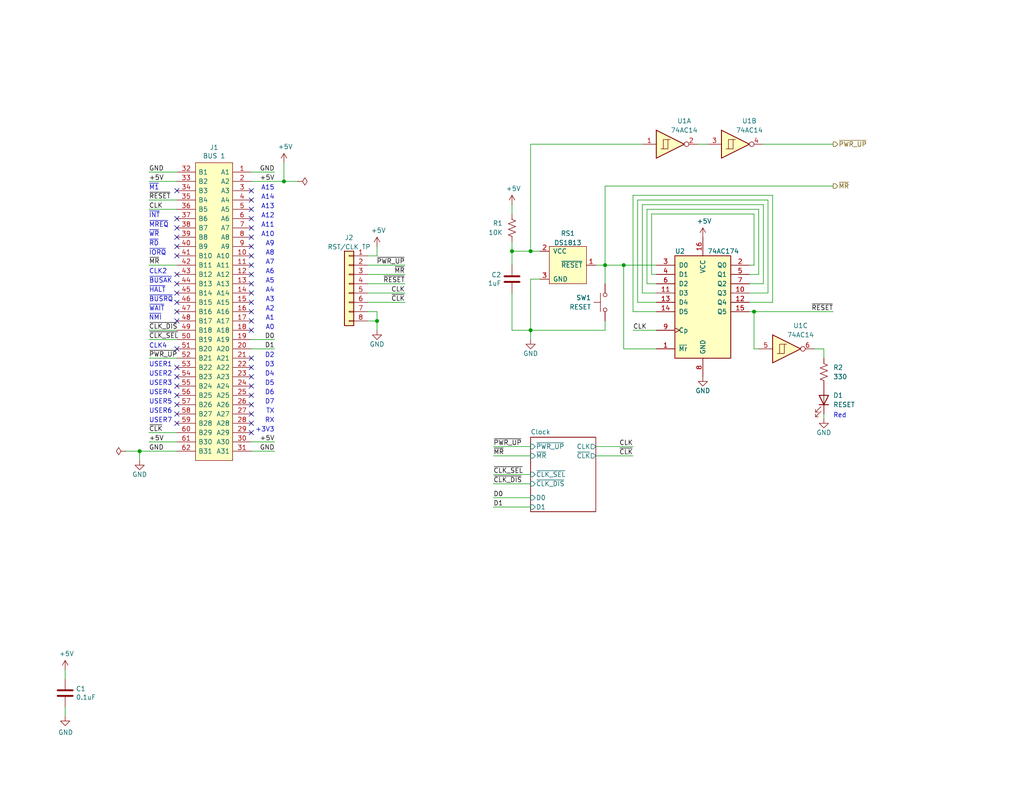
<source format=kicad_sch>
(kicad_sch (version 20211123) (generator eeschema)
  (paper "USLetter")
  (title_block (title "Micro Hobbyist's ZedEighty Project") (date "2022-10-23") (rev "1.1") (company "Frédéric Segard"))
  (lib_symbols
    (symbol "0 - Library:DS1813" (pin_names (offset 1.016))
      (property "Reference" "RS" (at 0 2.54 0))
      (property "Value" "DS1813" (at 0 0 0))
      (symbol "DS1813_0_1"
        (rectangle (start 5.08 -1.27) (end -5.08 -11.43) (fill (type background)))
      )
      (symbol "DS1813_1_1"
        (pin output line (at 7.62 -6.35 180) (length 2.54) (name "~{RESET}") (number "1"))
        (pin input line (at -7.62 -2.54 0) (length 2.54) (name "VCC") (number "2"))
        (pin power_in line (at -7.62 -10.16 0) (length 2.54) (name "GND") (number "3"))
      )
    )
    (symbol "0 - Library:ISA_CARD_CONNECTOR" (pin_names (offset 0.762))
      (property "Reference" "J" (at 0 4.445 0))
      (property "Value" "ISA_CARD_CONNECTOR" (at 0 1.905 0))
      (symbol "ISA_CARD_CONNECTOR_0_0"
        (pin passive line (at 10.16 -2.54 180) (length 5.08) (name "A1") (number "1"))
        (pin passive line (at 10.16 -25.4 180) (length 5.08) (name "A10") (number "10"))
        (pin passive line (at 10.16 -27.94 180) (length 5.08) (name "A11") (number "11"))
        (pin passive line (at 10.16 -30.48 180) (length 5.08) (name "A12") (number "12"))
        (pin passive line (at 10.16 -33.02 180) (length 5.08) (name "A13") (number "13"))
        (pin passive line (at 10.16 -35.56 180) (length 5.08) (name "A14") (number "14"))
        (pin passive line (at 10.16 -38.1 180) (length 5.08) (name "A15") (number "15"))
        (pin passive line (at 10.16 -40.64 180) (length 5.08) (name "A16") (number "16"))
        (pin passive line (at 10.16 -43.18 180) (length 5.08) (name "A17") (number "17"))
        (pin passive line (at 10.16 -45.72 180) (length 5.08) (name "A18") (number "18"))
        (pin passive line (at 10.16 -48.26 180) (length 5.08) (name "A19") (number "19"))
        (pin passive line (at 10.16 -5.08 180) (length 5.08) (name "A2") (number "2"))
        (pin passive line (at 10.16 -50.8 180) (length 5.08) (name "A20") (number "20"))
        (pin passive line (at 10.16 -53.34 180) (length 5.08) (name "A21") (number "21"))
        (pin passive line (at 10.16 -55.88 180) (length 5.08) (name "A22") (number "22"))
        (pin passive line (at 10.16 -58.42 180) (length 5.08) (name "A23") (number "23"))
        (pin passive line (at 10.16 -60.96 180) (length 5.08) (name "A24") (number "24"))
        (pin passive line (at 10.16 -63.5 180) (length 5.08) (name "A25") (number "25"))
        (pin passive line (at 10.16 -66.04 180) (length 5.08) (name "A26") (number "26"))
        (pin passive line (at 10.16 -68.58 180) (length 5.08) (name "A27") (number "27"))
        (pin passive line (at 10.16 -71.12 180) (length 5.08) (name "A28") (number "28"))
        (pin passive line (at 10.16 -73.66 180) (length 5.08) (name "A29") (number "29"))
        (pin passive line (at 10.16 -7.62 180) (length 5.08) (name "A3") (number "3"))
        (pin passive line (at 10.16 -76.2 180) (length 5.08) (name "A30") (number "30"))
        (pin passive line (at 10.16 -78.74 180) (length 5.08) (name "A31") (number "31"))
        (pin passive line (at -10.16 -2.54 0) (length 5.08) (name "B1") (number "32"))
        (pin passive line (at -10.16 -5.08 0) (length 5.08) (name "B2") (number "33"))
        (pin passive line (at -10.16 -7.62 0) (length 5.08) (name "B3") (number "34"))
        (pin passive line (at -10.16 -10.16 0) (length 5.08) (name "B4") (number "35"))
        (pin passive line (at -10.16 -12.7 0) (length 5.08) (name "B5") (number "36"))
        (pin passive line (at -10.16 -15.24 0) (length 5.08) (name "B6") (number "37"))
        (pin passive line (at -10.16 -17.78 0) (length 5.08) (name "B7") (number "38"))
        (pin passive line (at -10.16 -20.32 0) (length 5.08) (name "B8") (number "39"))
        (pin passive line (at 10.16 -10.16 180) (length 5.08) (name "A4") (number "4"))
        (pin passive line (at -10.16 -22.86 0) (length 5.08) (name "B9") (number "40"))
        (pin passive line (at -10.16 -25.4 0) (length 5.08) (name "B10") (number "41"))
        (pin passive line (at -10.16 -27.94 0) (length 5.08) (name "B11") (number "42"))
        (pin passive line (at -10.16 -30.48 0) (length 5.08) (name "B12") (number "43"))
        (pin passive line (at -10.16 -33.02 0) (length 5.08) (name "B13") (number "44"))
        (pin passive line (at -10.16 -35.56 0) (length 5.08) (name "B14") (number "45"))
        (pin passive line (at -10.16 -38.1 0) (length 5.08) (name "B15") (number "46"))
        (pin passive line (at -10.16 -40.64 0) (length 5.08) (name "B16") (number "47"))
        (pin passive line (at -10.16 -43.18 0) (length 5.08) (name "B17") (number "48"))
        (pin passive line (at -10.16 -45.72 0) (length 5.08) (name "B18") (number "49"))
        (pin passive line (at 10.16 -12.7 180) (length 5.08) (name "A5") (number "5"))
        (pin passive line (at -10.16 -48.26 0) (length 5.08) (name "B19") (number "50"))
        (pin passive line (at -10.16 -50.8 0) (length 5.08) (name "B20") (number "51"))
        (pin passive line (at -10.16 -53.34 0) (length 5.08) (name "B21") (number "52"))
        (pin passive line (at -10.16 -55.88 0) (length 5.08) (name "B22") (number "53"))
        (pin passive line (at -10.16 -58.42 0) (length 5.08) (name "B23") (number "54"))
        (pin passive line (at -10.16 -60.96 0) (length 5.08) (name "B24") (number "55"))
        (pin passive line (at -10.16 -63.5 0) (length 5.08) (name "B25") (number "56"))
        (pin passive line (at -10.16 -66.04 0) (length 5.08) (name "B26") (number "57"))
        (pin passive line (at -10.16 -68.58 0) (length 5.08) (name "B27") (number "58"))
        (pin passive line (at -10.16 -71.12 0) (length 5.08) (name "B28") (number "59"))
        (pin passive line (at 10.16 -15.24 180) (length 5.08) (name "A6") (number "6"))
        (pin passive line (at -10.16 -73.66 0) (length 5.08) (name "B29") (number "60"))
        (pin passive line (at -10.16 -76.2 0) (length 5.08) (name "B30") (number "61"))
        (pin passive line (at -10.16 -78.74 0) (length 5.08) (name "B31") (number "62"))
        (pin passive line (at 10.16 -17.78 180) (length 5.08) (name "A7") (number "7"))
        (pin passive line (at 10.16 -20.32 180) (length 5.08) (name "A8") (number "8"))
        (pin passive line (at 10.16 -22.86 180) (length 5.08) (name "A9") (number "9"))
      )
      (symbol "ISA_CARD_CONNECTOR_0_1"
        (rectangle (start -5.08 0) (end 5.08 -81.28) (fill (type background)))
      )
    )
    (symbol "74xx:74HC14" (pin_names (offset 1.016))
      (property "Reference" "U" (at 0 1.27 0))
      (property "Value" "74HC14" (at 0 -1.27 0))
      (symbol "74HC14_1_0"
        (polyline (pts (xy -3.81 3.81) (xy -3.81 -3.81) (xy 3.81 0) (xy -3.81 3.81)) (stroke (width 0.254)) (fill (type background)))
        (pin input line (at -7.62 0 0) (length 3.81) (name "~") (number "1"))
        (pin output inverted (at 7.62 0 180) (length 3.81) (name "~") (number "2"))
      )
      (symbol "74HC14_1_1"
        (polyline (pts (xy -1.905 -1.27) (xy -1.905 1.27) (xy -0.635 1.27)))
        (polyline (pts (xy -2.54 -1.27) (xy -0.635 -1.27) (xy -0.635 1.27) (xy 0 1.27)))
      )
      (symbol "74HC14_2_0"
        (polyline (pts (xy -3.81 3.81) (xy -3.81 -3.81) (xy 3.81 0) (xy -3.81 3.81)) (stroke (width 0.254)) (fill (type background)))
        (pin input line (at -7.62 0 0) (length 3.81) (name "~") (number "3"))
        (pin output inverted (at 7.62 0 180) (length 3.81) (name "~") (number "4"))
      )
      (symbol "74HC14_2_1"
        (polyline (pts (xy -1.905 -1.27) (xy -1.905 1.27) (xy -0.635 1.27)))
        (polyline (pts (xy -2.54 -1.27) (xy -0.635 -1.27) (xy -0.635 1.27) (xy 0 1.27)))
      )
      (symbol "74HC14_3_0"
        (polyline (pts (xy -3.81 3.81) (xy -3.81 -3.81) (xy 3.81 0) (xy -3.81 3.81)) (stroke (width 0.254)) (fill (type background)))
        (pin input line (at -7.62 0 0) (length 3.81) (name "~") (number "5"))
        (pin output inverted (at 7.62 0 180) (length 3.81) (name "~") (number "6"))
      )
      (symbol "74HC14_3_1"
        (polyline (pts (xy -1.905 -1.27) (xy -1.905 1.27) (xy -0.635 1.27)))
        (polyline (pts (xy -2.54 -1.27) (xy -0.635 -1.27) (xy -0.635 1.27) (xy 0 1.27)))
      )
      (symbol "74HC14_4_0"
        (polyline (pts (xy -3.81 3.81) (xy -3.81 -3.81) (xy 3.81 0) (xy -3.81 3.81)) (stroke (width 0.254)) (fill (type background)))
        (pin output inverted (at 7.62 0 180) (length 3.81) (name "~") (number "8"))
        (pin input line (at -7.62 0 0) (length 3.81) (name "~") (number "9"))
      )
      (symbol "74HC14_4_1"
        (polyline (pts (xy -1.905 -1.27) (xy -1.905 1.27) (xy -0.635 1.27)))
        (polyline (pts (xy -2.54 -1.27) (xy -0.635 -1.27) (xy -0.635 1.27) (xy 0 1.27)))
      )
      (symbol "74HC14_5_0"
        (polyline (pts (xy -3.81 3.81) (xy -3.81 -3.81) (xy 3.81 0) (xy -3.81 3.81)) (stroke (width 0.254)) (fill (type background)))
        (pin output inverted (at 7.62 0 180) (length 3.81) (name "~") (number "10"))
        (pin input line (at -7.62 0 0) (length 3.81) (name "~") (number "11"))
      )
      (symbol "74HC14_5_1"
        (polyline (pts (xy -1.905 -1.27) (xy -1.905 1.27) (xy -0.635 1.27)))
        (polyline (pts (xy -2.54 -1.27) (xy -0.635 -1.27) (xy -0.635 1.27) (xy 0 1.27)))
      )
      (symbol "74HC14_6_0"
        (polyline (pts (xy -3.81 3.81) (xy -3.81 -3.81) (xy 3.81 0) (xy -3.81 3.81)) (stroke (width 0.254)) (fill (type background)))
        (pin output inverted (at 7.62 0 180) (length 3.81) (name "~") (number "12"))
        (pin input line (at -7.62 0 0) (length 3.81) (name "~") (number "13"))
      )
      (symbol "74HC14_6_1"
        (polyline (pts (xy -1.905 -1.27) (xy -1.905 1.27) (xy -0.635 1.27)))
        (polyline (pts (xy -2.54 -1.27) (xy -0.635 -1.27) (xy -0.635 1.27) (xy 0 1.27)))
      )
      (symbol "74HC14_7_0"
        (pin power_in line (at 0 12.7 270) (length 5.08) (name "VCC") (number "14"))
        (pin power_in line (at 0 -12.7 90) (length 5.08) (name "GND") (number "7"))
      )
      (symbol "74HC14_7_1"
        (rectangle (start -5.08 7.62) (end 5.08 -7.62) (stroke (width 0.254)) (fill (type background)))
      )
    )
    (symbol "74xx:74LS174" (pin_names (offset 1.016))
      (property "Reference" "U" (at -7.62 13.97 0))
      (property "Value" "74LS174" (at -7.62 -16.51 0))
      (symbol "74LS174_1_0"
        (pin input line (at -12.7 -12.7 0) (length 5.08) (name "~{Mr}") (number "1"))
        (pin output line (at 12.7 2.54 180) (length 5.08) (name "Q3") (number "10"))
        (pin input line (at -12.7 2.54 0) (length 5.08) (name "D3") (number "11"))
        (pin output line (at 12.7 0 180) (length 5.08) (name "Q4") (number "12"))
        (pin input line (at -12.7 0 0) (length 5.08) (name "D4") (number "13"))
        (pin input line (at -12.7 -2.54 0) (length 5.08) (name "D5") (number "14"))
        (pin output line (at 12.7 -2.54 180) (length 5.08) (name "Q5") (number "15"))
        (pin power_in line (at 0 17.78 270) (length 5.08) (name "VCC") (number "16"))
        (pin output line (at 12.7 10.16 180) (length 5.08) (name "Q0") (number "2"))
        (pin input line (at -12.7 10.16 0) (length 5.08) (name "D0") (number "3"))
        (pin input line (at -12.7 7.62 0) (length 5.08) (name "D1") (number "4"))
        (pin output line (at 12.7 7.62 180) (length 5.08) (name "Q1") (number "5"))
        (pin input line (at -12.7 5.08 0) (length 5.08) (name "D2") (number "6"))
        (pin output line (at 12.7 5.08 180) (length 5.08) (name "Q2") (number "7"))
        (pin power_in line (at 0 -20.32 90) (length 5.08) (name "GND") (number "8"))
        (pin input clock (at -12.7 -7.62 0) (length 5.08) (name "Cp") (number "9"))
      )
      (symbol "74LS174_1_1"
        (rectangle (start -7.62 12.7) (end 7.62 -15.24) (stroke (width 0.254)) (fill (type background)))
      )
    )
    (symbol "Connector_Generic:Conn_01x08" (pin_names (offset 1.016) hide)
      (property "Reference" "J" (at 0 10.16 0))
      (property "Value" "Conn_01x08" (at 0 -12.7 0))
      (symbol "Conn_01x08_1_1"
        (rectangle (start -1.27 -10.033) (end 0 -10.287) (stroke (width 0.1524)))
        (rectangle (start -1.27 -7.493) (end 0 -7.747) (stroke (width 0.1524)))
        (rectangle (start -1.27 -4.953) (end 0 -5.207) (stroke (width 0.1524)))
        (rectangle (start -1.27 -2.413) (end 0 -2.667) (stroke (width 0.1524)))
        (rectangle (start -1.27 0.127) (end 0 -0.127) (stroke (width 0.1524)))
        (rectangle (start -1.27 2.667) (end 0 2.413) (stroke (width 0.1524)))
        (rectangle (start -1.27 5.207) (end 0 4.953) (stroke (width 0.1524)))
        (rectangle (start -1.27 7.747) (end 0 7.493) (stroke (width 0.1524)))
        (rectangle (start -1.27 8.89) (end 1.27 -11.43) (stroke (width 0.254)) (fill (type background)))
        (pin passive line (at -5.08 7.62 0) (length 3.81) (name "Pin_1") (number "1"))
        (pin passive line (at -5.08 5.08 0) (length 3.81) (name "Pin_2") (number "2"))
        (pin passive line (at -5.08 2.54 0) (length 3.81) (name "Pin_3") (number "3"))
        (pin passive line (at -5.08 0 0) (length 3.81) (name "Pin_4") (number "4"))
        (pin passive line (at -5.08 -2.54 0) (length 3.81) (name "Pin_5") (number "5"))
        (pin passive line (at -5.08 -5.08 0) (length 3.81) (name "Pin_6") (number "6"))
        (pin passive line (at -5.08 -7.62 0) (length 3.81) (name "Pin_7") (number "7"))
        (pin passive line (at -5.08 -10.16 0) (length 3.81) (name "Pin_8") (number "8"))
      )
    )
    (symbol "Device:C" (pin_numbers hide) (pin_names (offset 0.254))
      (property "Reference" "C" (at 0.635 2.54 0))
      (property "Value" "C" (at 0.635 -2.54 0))
      (symbol "C_0_1"
        (polyline (pts (xy -2.032 -0.762) (xy 2.032 -0.762)) (stroke (width 0.508)))
        (polyline (pts (xy -2.032 0.762) (xy 2.032 0.762)) (stroke (width 0.508)))
      )
      (symbol "C_1_1"
        (pin passive line (at 0 3.81 270) (length 2.794) (name "~") (number "1"))
        (pin passive line (at 0 -3.81 90) (length 2.794) (name "~") (number "2"))
      )
    )
    (symbol "Device:LED" (pin_numbers hide) (pin_names (offset 1.016) hide)
      (property "Reference" "D" (at 0 2.54 0))
      (property "Value" "LED" (at 0 -2.54 0))
      (symbol "LED_0_1"
        (polyline (pts (xy -1.27 -1.27) (xy -1.27 1.27)) (stroke (width 0.254)))
        (polyline (pts (xy -1.27 0) (xy 1.27 0)))
        (polyline (pts (xy 1.27 -1.27) (xy 1.27 1.27) (xy -1.27 0) (xy 1.27 -1.27)) (stroke (width 0.254)))
        (polyline (pts (xy -3.048 -0.762) (xy -4.572 -2.286) (xy -3.81 -2.286) (xy -4.572 -2.286) (xy -4.572 -1.524)))
        (polyline (pts (xy -1.778 -0.762) (xy -3.302 -2.286) (xy -2.54 -2.286) (xy -3.302 -2.286) (xy -3.302 -1.524)))
      )
      (symbol "LED_1_1"
        (pin passive line (at -3.81 0 0) (length 2.54) (name "K") (number "1"))
        (pin passive line (at 3.81 0 180) (length 2.54) (name "A") (number "2"))
      )
    )
    (symbol "Device:R_US" (pin_numbers hide) (pin_names (offset 0))
      (property "Reference" "R" (at 2.54 0 90))
      (property "Value" "R_US" (at -2.54 0 90))
      (symbol "R_US_0_1"
        (polyline (pts (xy 0 -2.286) (xy 0 -2.54)))
        (polyline (pts (xy 0 2.286) (xy 0 2.54)))
        (polyline (pts (xy 0 -0.762) (xy 1.016 -1.143) (xy 0 -1.524) (xy -1.016 -1.905) (xy 0 -2.286)))
        (polyline (pts (xy 0 0.762) (xy 1.016 0.381) (xy 0 0) (xy -1.016 -0.381) (xy 0 -0.762)))
        (polyline (pts (xy 0 2.286) (xy 1.016 1.905) (xy 0 1.524) (xy -1.016 1.143) (xy 0 0.762)))
      )
      (symbol "R_US_1_1"
        (pin passive line (at 0 3.81 270) (length 1.27) (name "~") (number "1"))
        (pin passive line (at 0 -3.81 90) (length 1.27) (name "~") (number "2"))
      )
    )
    (symbol "R_US_1" (pin_numbers hide) (pin_names (offset 0))
      (property "Reference" "R" (at 2.54 0 90))
      (property "Value" "R_US_1" (at -2.54 0 90))
      (symbol "R_US_1_0_1"
        (polyline (pts (xy 0 -2.286) (xy 0 -2.54)))
        (polyline (pts (xy 0 2.286) (xy 0 2.54)))
        (polyline (pts (xy 0 -0.762) (xy 1.016 -1.143) (xy 0 -1.524) (xy -1.016 -1.905) (xy 0 -2.286)))
        (polyline (pts (xy 0 0.762) (xy 1.016 0.381) (xy 0 0) (xy -1.016 -0.381) (xy 0 -0.762)))
        (polyline (pts (xy 0 2.286) (xy 1.016 1.905) (xy 0 1.524) (xy -1.016 1.143) (xy 0 0.762)))
      )
      (symbol "R_US_1_1_1"
        (pin passive line (at 0 3.81 270) (length 1.27) (name "~") (number "1"))
        (pin passive line (at 0 -3.81 90) (length 1.27) (name "~") (number "2"))
      )
    )
    (symbol "Switch:SW_Push" (pin_numbers hide) (pin_names (offset 1.016) hide)
      (property "Reference" "SW" (at 1.27 2.54 0))
      (property "Value" "SW_Push" (at 0 -1.524 0))
      (symbol "SW_Push_0_1"
        (circle (center -2.032 0) (radius 0.508))
        (polyline (pts (xy 0 1.27) (xy 0 3.048)))
        (polyline (pts (xy 2.54 1.27) (xy -2.54 1.27)))
        (circle (center 2.032 0) (radius 0.508))
        (pin passive line (at -5.08 0 0) (length 2.54) (name "1") (number "1"))
        (pin passive line (at 5.08 0 180) (length 2.54) (name "2") (number "2"))
      )
    )
    (symbol "power:+5V" (power) (pin_names (offset 0))
      (property "Value" "+5V" (at 0 3.556 0))
      (symbol "+5V_0_1"
        (polyline (pts (xy -0.762 1.27) (xy 0 2.54)))
        (polyline (pts (xy 0 0) (xy 0 2.54)))
        (polyline (pts (xy 0 2.54) (xy 0.762 1.27)))
      )
      (symbol "+5V_1_1"
        (pin power_in line (at 0 0 90) (length 0) hide (name "+5V") (number "1"))
      )
    )
    (symbol "power:GND" (power) (pin_names (offset 0))
      (property "Value" "GND" (at 0 -3.81 0))
      (symbol "GND_0_1"
        (polyline (pts (xy 0 0) (xy 0 -1.27) (xy 1.27 -1.27) (xy 0 -2.54) (xy -1.27 -1.27) (xy 0 -1.27)))
      )
      (symbol "GND_1_1"
        (pin power_in line (at 0 0 270) (length 0) hide (name "GND") (number "1"))
      )
    )
    (symbol "power:PWR_FLAG" (power) (pin_numbers hide) (pin_names (offset 0) hide)
      (property "Value" "PWR_FLAG" (at 0 3.81 0))
      (symbol "PWR_FLAG_0_0"
        (pin power_out line (at 0 0 90) (length 0) (name "pwr") (number "1"))
      )
      (symbol "PWR_FLAG_0_1"
        (polyline (pts (xy 0 0) (xy 0 1.27) (xy -1.016 1.905) (xy 0 2.54) (xy 1.016 1.905) (xy 0 1.27)))
      )
    )
  )
  (junction (at 38.1 123.19))
  (junction (at 165.1 72.39))
  (junction (at 144.78 90.17))
  (junction (at 102.87 87.63))
  (junction (at 170.18 72.39))
  (junction (at 77.47 49.53))
  (junction (at 139.7 68.58))
  (junction (at 144.78 68.58))
  (junction (at 205.74 85.09))
  (no_connect (at 48.26 64.77))
  (no_connect (at 48.26 67.31))
  (no_connect (at 68.58 62.23))
  (no_connect (at 68.58 87.63))
  (no_connect (at 48.26 62.23))
  (no_connect (at 48.26 85.09))
  (no_connect (at 48.26 100.33))
  (no_connect (at 48.26 110.49))
  (no_connect (at 68.58 64.77))
  (no_connect (at 48.26 74.93))
  (no_connect (at 48.26 87.63))
  (no_connect (at 68.58 115.57))
  (no_connect (at 68.58 85.09))
  (no_connect (at 48.26 115.57))
  (no_connect (at 68.58 52.07))
  (no_connect (at 68.58 57.15))
  (no_connect (at 48.26 102.87))
  (no_connect (at 48.26 105.41))
  (no_connect (at 68.58 77.47))
  (no_connect (at 68.58 100.33))
  (no_connect (at 68.58 80.01))
  (no_connect (at 68.58 102.87))
  (no_connect (at 68.58 118.11))
  (no_connect (at 48.26 80.01))
  (no_connect (at 48.26 69.85))
  (no_connect (at 48.26 52.07))
  (no_connect (at 48.26 113.03))
  (no_connect (at 68.58 67.31))
  (no_connect (at 48.26 77.47))
  (no_connect (at 48.26 59.69))
  (no_connect (at 68.58 74.93))
  (no_connect (at 68.58 90.17))
  (no_connect (at 68.58 107.95))
  (no_connect (at 68.58 69.85))
  (no_connect (at 68.58 105.41))
  (no_connect (at 68.58 113.03))
  (no_connect (at 68.58 82.55))
  (no_connect (at 68.58 54.61))
  (no_connect (at 68.58 97.79))
  (no_connect (at 68.58 72.39))
  (no_connect (at 48.26 107.95))
  (no_connect (at 48.26 95.25))
  (no_connect (at 68.58 110.49))
  (no_connect (at 68.58 59.69))
  (no_connect (at 48.26 82.55))
  (wire (pts (xy 40.64 46.99) (xy 48.26 46.99)))
  (wire (pts (xy 210.82 53.34) (xy 172.72 53.34)))
  (wire (pts (xy 190.5 39.37) (xy 193.04 39.37)))
  (wire (pts (xy 172.72 53.34) (xy 172.72 85.09)))
  (wire (pts (xy 205.74 72.39) (xy 205.74 58.42)))
  (wire (pts (xy 205.74 58.42) (xy 177.8 58.42)))
  (wire (pts (xy 173.99 54.61) (xy 173.99 82.55)))
  (wire (pts (xy 17.78 193.04) (xy 17.78 195.58)))
  (wire (pts (xy 165.1 50.8) (xy 227.33 50.8)))
  (wire (pts (xy 172.72 90.17) (xy 179.07 90.17)))
  (wire (pts (xy 144.78 90.17) (xy 165.1 90.17)))
  (wire (pts (xy 40.64 90.17) (xy 48.26 90.17)))
  (wire (pts (xy 38.1 123.19) (xy 48.26 123.19)))
  (wire (pts (xy 209.55 80.01) (xy 209.55 54.61)))
  (wire (pts (xy 162.56 72.39) (xy 165.1 72.39)))
  (wire (pts (xy 177.8 58.42) (xy 177.8 74.93)))
  (wire (pts (xy 139.7 68.58) (xy 144.78 68.58)))
  (wire (pts (xy 162.56 124.46) (xy 172.72 124.46)))
  (wire (pts (xy 139.7 68.58) (xy 139.7 66.04)))
  (wire (pts (xy 100.33 77.47) (xy 110.49 77.47)))
  (wire (pts (xy 204.47 82.55) (xy 210.82 82.55)))
  (wire (pts (xy 68.58 49.53) (xy 77.47 49.53)))
  (wire (pts (xy 170.18 95.25) (xy 179.07 95.25)))
  (wire (pts (xy 134.62 121.92) (xy 144.78 121.92)))
  (wire (pts (xy 40.64 97.79) (xy 48.26 97.79)))
  (wire (pts (xy 208.28 55.88) (xy 175.26 55.88)))
  (wire (pts (xy 205.74 85.09) (xy 227.33 85.09)))
  (wire (pts (xy 207.01 74.93) (xy 207.01 57.15)))
  (wire (pts (xy 224.79 114.3) (xy 224.79 113.03)))
  (wire (pts (xy 224.79 95.25) (xy 224.79 97.79)))
  (wire (pts (xy 175.26 55.88) (xy 175.26 80.01)))
  (wire (pts (xy 165.1 77.47) (xy 165.1 72.39)))
  (wire (pts (xy 144.78 39.37) (xy 175.26 39.37)))
  (wire (pts (xy 40.64 118.11) (xy 48.26 118.11)))
  (wire (pts (xy 134.62 135.89) (xy 144.78 135.89)))
  (wire (pts (xy 102.87 67.31) (xy 102.87 69.85)))
  (wire (pts (xy 208.28 77.47) (xy 208.28 55.88)))
  (wire (pts (xy 204.47 80.01) (xy 209.55 80.01)))
  (wire (pts (xy 40.64 54.61) (xy 48.26 54.61)))
  (wire (pts (xy 207.01 57.15) (xy 176.53 57.15)))
  (wire (pts (xy 100.33 82.55) (xy 110.49 82.55)))
  (wire (pts (xy 165.1 72.39) (xy 170.18 72.39)))
  (wire (pts (xy 139.7 80.01) (xy 139.7 90.17)))
  (wire (pts (xy 204.47 77.47) (xy 208.28 77.47)))
  (wire (pts (xy 134.62 129.54) (xy 144.78 129.54)))
  (wire (pts (xy 100.33 74.93) (xy 110.49 74.93)))
  (wire (pts (xy 102.87 87.63) (xy 100.33 87.63)))
  (wire (pts (xy 100.33 80.01) (xy 110.49 80.01)))
  (wire (pts (xy 205.74 85.09) (xy 205.74 95.25)))
  (wire (pts (xy 102.87 87.63) (xy 102.87 90.17)))
  (wire (pts (xy 144.78 39.37) (xy 144.78 68.58)))
  (wire (pts (xy 207.01 95.25) (xy 205.74 95.25)))
  (wire (pts (xy 165.1 87.63) (xy 165.1 90.17)))
  (wire (pts (xy 100.33 72.39) (xy 110.49 72.39)))
  (wire (pts (xy 38.1 123.19) (xy 38.1 125.73)))
  (wire (pts (xy 144.78 68.58) (xy 147.32 68.58)))
  (wire (pts (xy 176.53 57.15) (xy 176.53 77.47)))
  (wire (pts (xy 68.58 95.25) (xy 74.93 95.25)))
  (wire (pts (xy 68.58 120.65) (xy 74.93 120.65)))
  (wire (pts (xy 68.58 92.71) (xy 74.93 92.71)))
  (wire (pts (xy 68.58 46.99) (xy 74.93 46.99)))
  (wire (pts (xy 102.87 87.63) (xy 102.87 85.09)))
  (wire (pts (xy 77.47 44.45) (xy 77.47 49.53)))
  (wire (pts (xy 40.64 57.15) (xy 48.26 57.15)))
  (wire (pts (xy 34.29 123.19) (xy 38.1 123.19)))
  (wire (pts (xy 40.64 92.71) (xy 48.26 92.71)))
  (wire (pts (xy 40.64 120.65) (xy 48.26 120.65)))
  (wire (pts (xy 17.78 182.88) (xy 17.78 185.42)))
  (wire (pts (xy 173.99 82.55) (xy 179.07 82.55)))
  (wire (pts (xy 102.87 85.09) (xy 100.33 85.09)))
  (wire (pts (xy 209.55 54.61) (xy 173.99 54.61)))
  (wire (pts (xy 208.28 39.37) (xy 227.33 39.37)))
  (wire (pts (xy 210.82 82.55) (xy 210.82 53.34)))
  (wire (pts (xy 139.7 55.88) (xy 139.7 58.42)))
  (wire (pts (xy 100.33 69.85) (xy 102.87 69.85)))
  (wire (pts (xy 176.53 77.47) (xy 179.07 77.47)))
  (wire (pts (xy 134.62 138.43) (xy 144.78 138.43)))
  (wire (pts (xy 144.78 92.71) (xy 144.78 90.17)))
  (wire (pts (xy 147.32 76.2) (xy 144.78 76.2)))
  (wire (pts (xy 204.47 74.93) (xy 207.01 74.93)))
  (wire (pts (xy 68.58 123.19) (xy 74.93 123.19)))
  (wire (pts (xy 40.64 72.39) (xy 48.26 72.39)))
  (wire (pts (xy 170.18 72.39) (xy 170.18 95.25)))
  (wire (pts (xy 224.79 95.25) (xy 222.25 95.25)))
  (wire (pts (xy 134.62 124.46) (xy 144.78 124.46)))
  (wire (pts (xy 170.18 72.39) (xy 179.07 72.39)))
  (wire (pts (xy 40.64 49.53) (xy 48.26 49.53)))
  (wire (pts (xy 165.1 72.39) (xy 165.1 50.8)))
  (wire (pts (xy 172.72 85.09) (xy 179.07 85.09)))
  (wire (pts (xy 81.28 49.53) (xy 77.47 49.53)))
  (wire (pts (xy 139.7 90.17) (xy 144.78 90.17)))
  (wire (pts (xy 139.7 72.39) (xy 139.7 68.58)))
  (wire (pts (xy 162.56 121.92) (xy 172.72 121.92)))
  (wire (pts (xy 134.62 132.08) (xy 144.78 132.08)))
  (wire (pts (xy 144.78 76.2) (xy 144.78 90.17)))
  (wire (pts (xy 175.26 80.01) (xy 179.07 80.01)))
  (wire (pts (xy 204.47 85.09) (xy 205.74 85.09)))
  (wire (pts (xy 204.47 72.39) (xy 205.74 72.39)))
  (wire (pts (xy 177.8 74.93) (xy 179.07 74.93)))
  (text "A13" (at 74.93 57.15 180) (effects (font (size 1.27 1.27)) (justify right bottom)))
  (text "+3V3" (at 74.93 118.11 180) (effects (font (size 1.27 1.27)) (justify right bottom)))
  (text "USER6" (at 40.64 113.03 0) (effects (font (size 1.27 1.27)) (justify left bottom)))
  (text "A7" (at 74.93 72.39 180) (effects (font (size 1.27 1.27)) (justify right bottom)))
  (text "~{NMI}" (at 40.5886 87.5685 0) (effects (font (size 1.27 1.27)) (justify left bottom)))
  (text "Red" (at 227.306 114.252 0) (effects (font (size 1.27 1.27)) (justify left bottom)))
  (text "~{RD}" (at 40.64 67.31 0) (effects (font (size 1.27 1.27)) (justify left bottom)))
  (text "A5" (at 74.93 77.47 180) (effects (font (size 1.27 1.27)) (justify right bottom)))
  (text "A10" (at 74.93 64.77 180) (effects (font (size 1.27 1.27)) (justify right bottom)))
  (text "A11" (at 74.93 62.23 180) (effects (font (size 1.27 1.27)) (justify right bottom)))
  (text "USER2" (at 40.64 102.87 0) (effects (font (size 1.27 1.27)) (justify left bottom)))
  (text "USER5" (at 40.64 110.49 0) (effects (font (size 1.27 1.27)) (justify left bottom)))
  (text "A9" (at 74.93 67.31 180) (effects (font (size 1.27 1.27)) (justify right bottom)))
  (text "D5" (at 74.93 105.41 180) (effects (font (size 1.27 1.27)) (justify right bottom)))
  (text "A4" (at 74.93 80.01 180) (effects (font (size 1.27 1.27)) (justify right bottom)))
  (text "D2" (at 74.93 97.79 180) (effects (font (size 1.27 1.27)) (justify right bottom)))
  (text "A2" (at 74.93 85.09 180) (effects (font (size 1.27 1.27)) (justify right bottom)))
  (text "A14" (at 74.93 54.61 180) (effects (font (size 1.27 1.27)) (justify right bottom)))
  (text "~{BUSRQ}" (at 40.64 82.55 0) (effects (font (size 1.27 1.27)) (justify left bottom)))
  (text "A15" (at 74.93 52.07 180) (effects (font (size 1.27 1.27)) (justify right bottom)))
  (text "~{IORQ}" (at 40.64 69.85 0) (effects (font (size 1.27 1.27)) (justify left bottom)))
  (text "USER3" (at 40.64 105.41 0) (effects (font (size 1.27 1.27)) (justify left bottom)))
  (text "CLK4" (at 40.64 95.25 0) (effects (font (size 1.27 1.27)) (justify left bottom)))
  (text "USER4" (at 40.64 107.95 0) (effects (font (size 1.27 1.27)) (justify left bottom)))
  (text "~{WR}" (at 40.5902 64.7451 0) (effects (font (size 1.27 1.27)) (justify left bottom)))
  (text "D6" (at 74.93 107.95 180) (effects (font (size 1.27 1.27)) (justify right bottom)))
  (text "~{INT}" (at 40.5902 59.6337 0) (effects (font (size 1.27 1.27)) (justify left bottom)))
  (text "A6" (at 74.93 74.93 180) (effects (font (size 1.27 1.27)) (justify right bottom)))
  (text "TX" (at 74.93 113.03 180) (effects (font (size 1.27 1.27)) (justify right bottom)))
  (text "D4" (at 74.93 102.87 180) (effects (font (size 1.27 1.27)) (justify right bottom)))
  (text "A3" (at 74.93 82.55 180) (effects (font (size 1.27 1.27)) (justify right bottom)))
  (text "~{BUSAK}" (at 40.64 77.47 0) (effects (font (size 1.27 1.27)) (justify left bottom)))
  (text "CLK2" (at 40.64 74.93 0) (effects (font (size 1.27 1.27)) (justify left bottom)))
  (text "A8" (at 74.93 69.85 180) (effects (font (size 1.27 1.27)) (justify right bottom)))
  (text "D7" (at 74.93 110.49 180) (effects (font (size 1.27 1.27)) (justify right bottom)))
  (text "~{HALT}" (at 40.64 80.01 0) (effects (font (size 1.27 1.27)) (justify left bottom)))
  (text "USER7" (at 40.64 115.57 0) (effects (font (size 1.27 1.27)) (justify left bottom)))
  (text "RX" (at 74.93 115.57 180) (effects (font (size 1.27 1.27)) (justify right bottom)))
  (text "A1" (at 74.93 87.63 180) (effects (font (size 1.27 1.27)) (justify right bottom)))
  (text "D3" (at 74.93 100.33 180) (effects (font (size 1.27 1.27)) (justify right bottom)))
  (text "~{MREQ}" (at 40.64 62.23 0) (effects (font (size 1.27 1.27)) (justify left bottom)))
  (text "~{WAIT}" (at 40.64 85.09 0) (effects (font (size 1.27 1.27)) (justify left bottom)))
  (text "USER1" (at 40.64 100.33 0) (effects (font (size 1.27 1.27)) (justify left bottom)))
  (text "A12" (at 74.93 59.69 180) (effects (font (size 1.27 1.27)) (justify right bottom)))
  (text "A0" (at 74.93 90.17 180) (effects (font (size 1.27 1.27)) (justify right bottom)))
  (text "~{M1}" (at 40.6216 52.0569 0) (effects (font (size 1.27 1.27)) (justify left bottom)))
  (label "~{CLK_SEL}" (at 134.62 129.54 0))
  (label "+5V" (at 74.93 120.65 180))
  (label "D0" (at 74.93 92.71 180))
  (label "+5V" (at 40.64 49.53 0))
  (label "CLK" (at 110.49 80.01 180))
  (label "~{PWR_UP}" (at 110.49 72.39 180))
  (label "~{MR}" (at 40.64 72.39 0))
  (label "+5V" (at 40.64 120.65 0))
  (label "~{RESET}" (at 227.33 85.09 180))
  (label "GND" (at 40.64 46.99 0))
  (label "GND" (at 74.93 46.99 180))
  (label "~{PWR_UP}" (at 40.64 97.79 0))
  (label "CLK" (at 172.72 121.92 180))
  (label "D1" (at 74.93 95.25 180))
  (label "~{CLK_SEL}" (at 40.64 92.71 0))
  (label "CLK" (at 172.72 90.17 0))
  (label "GND" (at 40.64 123.19 0))
  (label "~{CLK_DIS}" (at 40.64 90.17 0))
  (label "+5V" (at 74.93 49.53 180))
  (label "CLK" (at 40.64 57.15 0))
  (label "D0" (at 134.62 135.89 0))
  (label "~{CLK}" (at 110.49 82.55 180))
  (label "~{CLK}" (at 172.72 124.46 180))
  (label "~{RESET}" (at 110.49 77.47 180))
  (label "D1" (at 134.62 138.43 0))
  (label "~{MR}" (at 134.62 124.46 0))
  (label "~{RESET}" (at 40.64 54.61 0))
  (label "~{CLK_DIS}" (at 134.62 132.08 0))
  (label "~{CLK}" (at 40.64 118.11 0))
  (label "GND" (at 74.93 123.19 180))
  (label "~{MR}" (at 110.49 74.93 180))
  (label "~{PWR_UP}" (at 134.62 121.92 0))
  (hierarchical_label "~{PWR_UP}" (shape output) (at 227.33 39.37 0))
  (hierarchical_label "~{MR}" (shape output) (at 227.33 50.8 0))
  (symbol (lib_id "0 - Library:ISA_CARD_CONNECTOR") (at 58.42 44.45 0) (unit 1)
    (property "Reference" "J1" (at 58.42 40.259 0))
    (property "Value" "BUS 1" (at 58.42 42.5704 0))
    (property "Footprint" "0 - Library:BUS_XT" (effects hide))
    (property "Datasheet" "https://www.te.com/commerce/DocumentDelivery/DDEController?Action=showdoc&DocId=Customer+Drawing%7F5530843%7FF8%7Fpdf%7FEnglish%7FENG_CD_5530843_F8.pdf%7F6-5530843-5" (effects hide))
    (property "Description" "Standard Card Edge Connectors 100 VRT 062DP" (effects hide))
    (property "Height" "15.494" (effects hide))
    (property "Mouser Part Number" "571-6-5530843-5" (effects hide))
    (property "Mouser Price/Stock" "https://www.mouser.co.uk/ProductDetail/TE-Connectivity/6-5530843-5?qs=X1mjqRbeMc4evMKvgkFEjA%3D%3D" (effects hide))
    (property "Manufacturer_Name" "TE Connectivity" (effects hide))
    (property "Manufacturer_Part_Number" "6-5530843-5" (effects hide))
  )
  (symbol (lib_id "power:+5V") (at 102.87 67.31 0) (unit 1)
    (property "Reference" "#PWR05" (effects hide))
    (property "Value" "+5V" (at 103.251 62.9158 0))
  )
  (symbol (lib_id "power:+5V") (at 139.7 55.88 0) (unit 1)
    (property "Reference" "#PWR07" (effects hide))
    (property "Value" "+5V" (at 140.081 51.4858 0))
  )
  (symbol (lib_id "power:+5V") (at 77.47 44.45 0) (unit 1)
    (property "Reference" "#PWR04" (effects hide))
    (property "Value" "+5V" (at 77.851 40.0558 0))
  )
  (symbol (lib_id "power:GND") (at 144.78 92.71 0) (unit 1)
    (property "Reference" "#PWR08" (effects hide))
    (property "Value" "GND" (at 144.78 96.52 0))
  )
  (symbol (lib_id "Device:C") (at 139.7 76.2 0) (mirror y) (unit 1)
    (property "Reference" "C2" (at 136.779 75.0316 0) (effects (justify left)))
    (property "Value" "1uF" (at 136.779 77.343 0) (effects (justify left)))
    (property "Footprint" "Capacitor_THT:C_Disc_D3.0mm_W2.0mm_P2.50mm" (effects hide))
  )
  (symbol (lib_id "power:GND") (at 17.78 195.58 0) (unit 1)
    (property "Reference" "#PWR02" (effects hide))
    (property "Value" "GND" (at 17.907 199.9742 0))
  )
  (symbol (lib_id "Device:LED") (at 224.79 109.22 270) (mirror x) (unit 1)
    (property "Reference" "D1" (at 227.33 107.95 90) (effects (justify left)))
    (property "Value" "RESET" (at 227.33 110.49 90) (effects (justify left)))
    (property "Footprint" "LED_THT:LED_D3.0mm_Horizontal_O1.27mm_Z2.0mm_Clear" (effects hide))
  )
  (symbol (lib_id "power:PWR_FLAG") (at 34.29 123.19 90) (mirror x) (unit 1)
    (property "Reference" "#FLG01" (effects hide))
    (property "Value" "PWR_FLAG" (effects hide))
  )
  (symbol (lib_id "power:GND") (at 38.1 125.73 0) (unit 1)
    (property "Reference" "#PWR03" (effects hide))
    (property "Value" "GND" (at 38.1 129.54 0))
  )
  (symbol (lib_id "74xx:74LS174") (at 191.77 82.55 0) (unit 1)
    (property "Reference" "U2" (at 184.15 68.58 0) (effects (justify left)))
    (property "Value" "74AC174" (at 193.04 68.58 0) (effects (justify left)))
    (property "Footprint" "Package_DIP:DIP-16_W7.62mm_Socket" (effects hide))
    (property "Datasheet" "https://www.ti.com/lit/ds/symlink/sn74ahc174.pdf" (effects hide))
  )
  (symbol (lib_id "Connector_Generic:Conn_01x08") (at 95.25 77.47 0) (mirror y) (unit 1)
    (property "Reference" "J2" (at 95.25 64.8802 0))
    (property "Value" "RST/CLK TP" (at 95.25 67.4171 0))
    (property "Footprint" "Connector_PinHeader_2.54mm:PinHeader_1x08_P2.54mm_Horizontal" (effects hide))
  )
  (symbol (lib_id "Device:R_US") (at 224.79 101.6 0) (unit 1)
    (property "Reference" "R2" (at 227.33 100.33 0) (effects (justify left)))
    (property "Value" "330" (at 227.33 102.87 0) (effects (justify left)))
    (property "Footprint" "Resistor_THT:R_Axial_DIN0207_L6.3mm_D2.5mm_P10.16mm_Horizontal" (effects hide))
  )
  (symbol (lib_id "74xx:74HC14") (at 200.66 39.37 0) (unit 2)
    (property "Reference" "U1" (at 204.47 33.02 0))
    (property "Value" "74AC14" (at 204.47 35.56 0))
    (property "Footprint" "Package_DIP:DIP-14_W7.62mm_Socket" (effects hide))
    (property "Datasheet" "https://www.ti.com/lit/ds/symlink/sn74ahc14.pdf" (effects hide))
  )
  (symbol (lib_id "0 - Library:DS1813") (at 154.94 66.04 0) (unit 1)
    (property "Reference" "RS1" (at 154.94 63.7372 0))
    (property "Value" "DS1813" (at 154.94 66.2741 0))
    (property "Footprint" "Package_TO_SOT_THT:TO-92L_Inline_Wide" (effects hide))
    (property "Datasheet" "https://datasheets.maximintegrated.com/en/ds/DS1813.pdf" (effects hide))
  )
  (symbol (lib_name "R_US_1") (lib_id "Device:R_US") (at 139.7 62.23 180) (unit 1)
    (property "Reference" "R1" (at 137.16 60.96 0) (effects (justify left)))
    (property "Value" "10K" (at 137.16 63.5 0) (effects (justify left)))
    (property "Footprint" "Resistor_THT:R_Axial_DIN0207_L6.3mm_D2.5mm_P10.16mm_Horizontal" (effects hide))
  )
  (symbol (lib_id "74xx:74HC14") (at 182.88 39.37 0) (unit 1)
    (property "Reference" "U1" (at 186.69 33.02 0))
    (property "Value" "74AC14" (at 186.69 35.56 0))
    (property "Footprint" "Package_DIP:DIP-14_W7.62mm_Socket" (effects hide))
    (property "Datasheet" "https://www.ti.com/lit/ds/symlink/sn74ahc14.pdf" (effects hide))
  )
  (symbol (lib_id "74xx:74HC14") (at 214.63 95.25 0) (unit 3)
    (property "Reference" "U1" (at 218.44 88.9 0))
    (property "Value" "74AC14" (at 218.44 91.44 0))
    (property "Footprint" "Package_DIP:DIP-14_W7.62mm_Socket" (effects hide))
    (property "Datasheet" "https://www.ti.com/lit/ds/symlink/sn74ahc14.pdf" (effects hide))
  )
  (symbol (lib_id "power:GND") (at 191.77 102.87 0) (unit 1)
    (property "Reference" "#PWR010" (effects hide))
    (property "Value" "GND" (at 191.77 106.68 0))
  )
  (symbol (lib_id "power:+5V") (at 191.77 64.77 0) (unit 1)
    (property "Reference" "#PWR09" (effects hide))
    (property "Value" "+5V" (at 192.151 60.3758 0))
  )
  (symbol (lib_id "power:+5V") (at 17.78 182.88 0) (unit 1)
    (property "Reference" "#PWR01" (effects hide))
    (property "Value" "+5V" (at 18.161 178.4858 0))
  )
  (symbol (lib_id "Switch:SW_Push") (at 165.1 82.55 90) (mirror x) (unit 1)
    (property "Reference" "SW1" (at 161.29 81.28 90) (effects (justify left)))
    (property "Value" "RESET" (at 161.29 83.82 90) (effects (justify left)))
    (property "Footprint" "Button_Switch_THT:SW_Tactile_SPST_Angled_PTS645Vx58-2LFS" (effects hide))
  )
  (symbol (lib_id "power:GND") (at 224.79 114.3 0) (unit 1)
    (property "Reference" "#PWR011" (effects hide))
    (property "Value" "GND" (at 224.79 118.11 0))
  )
  (symbol (lib_id "power:PWR_FLAG") (at 81.28 49.53 270) (unit 1)
    (property "Reference" "#FLG02" (effects hide))
    (property "Value" "PWR_FLAG" (effects hide))
  )
  (symbol (lib_id "Device:C") (at 17.78 189.23 0) (unit 1)
    (property "Reference" "C1" (at 20.701 188.0616 0) (effects (justify left)))
    (property "Value" "0.1uF" (at 20.701 190.373 0) (effects (justify left)))
    (property "Footprint" "Capacitor_THT:C_Disc_D3.0mm_W2.0mm_P2.50mm" (effects hide))
  )
  (symbol (lib_id "power:GND") (at 102.87 90.17 0) (unit 1)
    (property "Reference" "#PWR06" (effects hide))
    (property "Value" "GND" (at 102.87 93.98 0))
  )
  (sheet (at 144.78 119.38) (size 17.78 20.32) (stroke (width 0.1524))
    (property "Sheet name" "Clock" (at 144.78 118.6684 0) (effects (justify left bottom)))
    (property "Sheet file" "Clock.kicad_sch" (effects hide))
    (pin "~{PWR_UP}" input (at 144.78 121.92 180))
    (pin "~{CLK_SEL}" input (at 144.78 129.54 180))
    (pin "~{MR}" input (at 144.78 124.46 180))
    (pin "~{CLK_DIS}" input (at 144.78 132.08 180))
    (pin "~{CLK}" output (at 162.56 124.46 0))
    (pin "D0" input (at 144.78 135.89 180))
    (pin "D1" input (at 144.78 138.43 180))
    (pin "CLK" output (at 162.56 121.92 0))
  )
)
</source>
